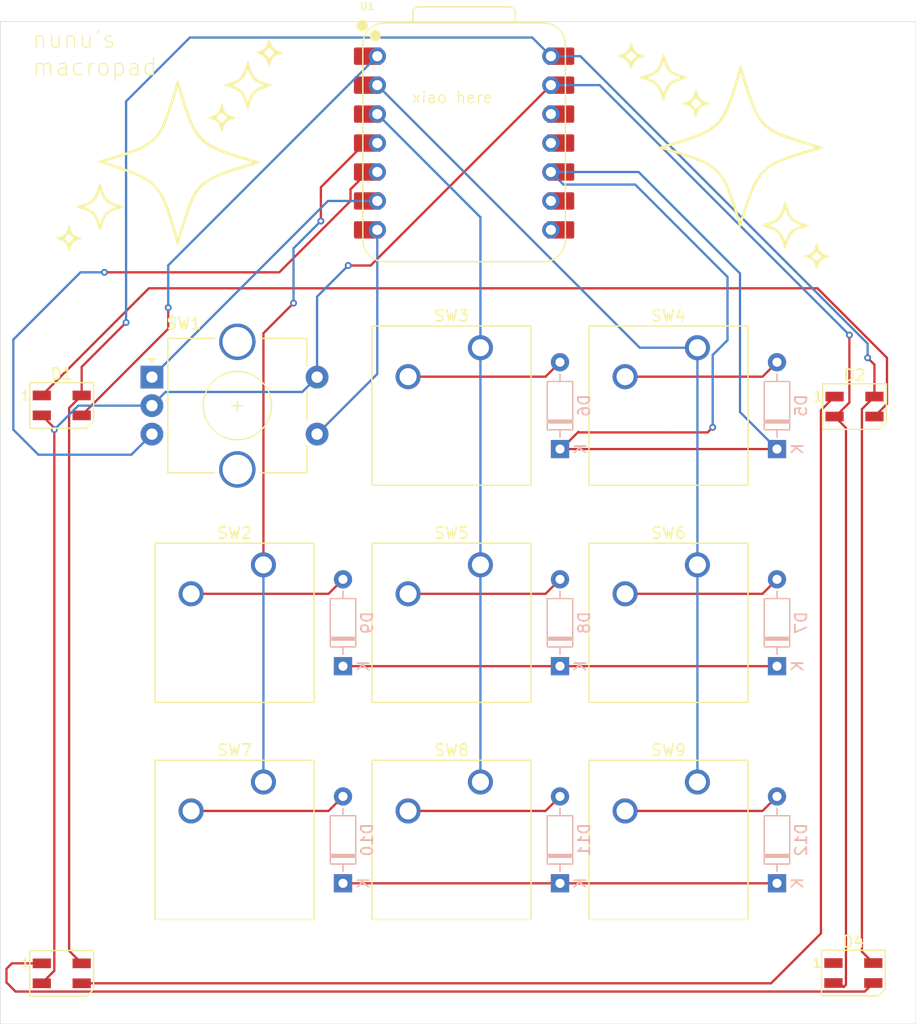
<source format=kicad_pcb>
(kicad_pcb (version 20240108) (generator "pcbnew") (generator_version "8.0")
  (layers (0 "F.Cu" signal) (31 "B.Cu" signal) (34 "B.Paste" user) (35 "F.Paste" user) (36 "B.SilkS" user "B.Silkscreen") (37 "F.SilkS" user "F.Silkscreen") (38 "B.Mask" user) (39 "F.Mask" user) (44 "Edge.Cuts" user))
  (net 0 "")
  (net 1 "+5V")
  (net 2 "Net-(D1-DIN)")
  (net 3 "GND")
  (net 4 "Net-(D1-DOUT)")
  (net 5 "Net-(D2-DOUT)")
  (net 6 "Net-(D3-DOUT)")
  (net 8 "Net-(U1-GPIO0{slash}TX)")
  (net 9 "Net-(U1-GPIO6{slash}SDA)")
  (net 10 "Net-(U1-GPIO7{slash}SCL)")
  (net 11 "Net-(U1-GPIO29{slash}ADC3{slash}A3)")
  (net 12 "Net-(D5-K)")
  (net 13 "Net-(D5-A)")
  (net 14 "Net-(U1-GPIO28{slash}ADC2{slash}A2)")
  (net 15 "Net-(U1-GPIO27{slash}ADC1{slash}A1)")
  (net 16 "Net-(D6-A)")
  (net 19 "Net-(D7-A)")
  (net 20 "Net-(D7-K)")
  (net 21 "Net-(D8-A)")
  (net 22 "Net-(D9-A)")
  (net 23 "Net-(D10-A)")
  (net 24 "Net-(D10-K)")
  (net 25 "Net-(D11-A)")
  (net 26 "Net-(D12-A)")
  (footprint "LED_SMD:LED_SK6812MINI_PLCC4_3.5x3.5mm_P1.75mm" (layer "F.Cu") (at 96.75 102.375)
    (property "Reference" "D1" (at 0 -2.75 0) (layer "F.SilkS"))
    (property "Value" "SK6812MINI")
    (fp_text user "1" (at -3.2 -0.875 0) (layer "F.SilkS") (effects (font (size 0.8 0.8))))
    (pad "1" smd rect (at -1.75 -0.875) (size 1.6 0.85) (layers "F.Cu" "F.Paste" "F.Mask") (net 4 "Net-(D1-DOUT)"))
    (pad "2" smd rect (at -1.75 0.875) (size 1.6 0.85) (layers "F.Cu" "F.Paste" "F.Mask") (net 3 "GND"))
    (pad "3" smd rect (at 1.75 0.875) (size 1.6 0.85) (layers "F.Cu" "F.Paste" "F.Mask") (net 2 "Net-(D1-DIN)"))
    (pad "4" smd rect (at 1.75 -0.875) (size 1.6 0.85) (layers "F.Cu" "F.Paste" "F.Mask") (net 1 "+5V"))
  )
  (footprint "LED_SMD:LED_SK6812MINI_PLCC4_3.5x3.5mm_P1.75mm" (layer "F.Cu") (at 166.35 102.475)
    (property "Reference" "D2" (at 0 -2.75 0) (layer "F.SilkS"))
    (property "Value" "SK6812MINI" (hide yes))
    (fp_text user "1" (at -3.2 -0.875 0) (layer "F.SilkS") (effects (font (size 0.8 0.8))))
    (pad "1" smd rect (at -1.75 -0.875) (size 1.6 0.85) (layers "F.Cu" "F.Paste" "F.Mask") (net 5 "Net-(D2-DOUT)"))
    (pad "2" smd rect (at -1.75 0.875) (size 1.6 0.85) (layers "F.Cu" "F.Paste" "F.Mask") (net 3 "GND"))
    (pad "3" smd rect (at 1.75 0.875) (size 1.6 0.85) (layers "F.Cu" "F.Paste" "F.Mask") (net 4 "Net-(D1-DOUT)"))
    (pad "4" smd rect (at 1.75 -0.875) (size 1.6 0.85) (layers "F.Cu" "F.Paste" "F.Mask") (net 1 "+5V"))
  )
  (footprint "3D Models:SW_Cherry_MX_1.00u_PCB_3D" (layer "F.Cu") (at 133.50875 116.36375)
    (property "Reference" "SW5" (at -2.54 -2.794 0) (layer "F.SilkS"))
    (property "Value" "SW_Push")
    (pad "" np_thru_hole circle (at -7.62 5.08) (size 1.7 1.7) (drill 1.7) (layers "*.Cu" "*.Mask"))
    (pad "" np_thru_hole circle (at -2.54 5.08) (size 4 4) (drill 4) (layers "*.Cu" "*.Mask"))
    (pad "" np_thru_hole circle (at 2.54 5.08) (size 1.7 1.7) (drill 1.7) (layers "*.Cu" "*.Mask"))
    (pad "1" thru_hole circle (at 0 0) (size 2.2 2.2) (drill 1.5) (layers "*.Cu" "*.Mask") (net 14 "Net-(U1-GPIO28{slash}ADC2{slash}A2)"))
    (pad "2" thru_hole circle (at -6.35 2.54) (size 2.2 2.2) (drill 1.5) (layers "*.Cu" "*.Mask") (net 21 "Net-(D8-A)"))
  )
  (footprint "3D Models:SW_Cherry_MX_1.00u_PCB_3D" (layer "F.Cu") (at 133.50875 135.41375)
    (property "Reference" "SW8" (at -2.54 -2.794 0) (layer "F.SilkS"))
    (property "Value" "SW_Push")
    (pad "" np_thru_hole circle (at -7.62 5.08) (size 1.7 1.7) (drill 1.7) (layers "*.Cu" "*.Mask"))
    (pad "" np_thru_hole circle (at -2.54 5.08) (size 4 4) (drill 4) (layers "*.Cu" "*.Mask"))
    (pad "" np_thru_hole circle (at 2.54 5.08) (size 1.7 1.7) (drill 1.7) (layers "*.Cu" "*.Mask"))
    (pad "1" thru_hole circle (at 0 0) (size 2.2 2.2) (drill 1.5) (layers "*.Cu" "*.Mask") (net 14 "Net-(U1-GPIO28{slash}ADC2{slash}A2)"))
    (pad "2" thru_hole circle (at -6.35 2.54) (size 2.2 2.2) (drill 1.5) (layers "*.Cu" "*.Mask") (net 25 "Net-(D11-A)"))
  )
  (footprint "LED_SMD:LED_SK6812MINI_PLCC4_3.5x3.5mm_P1.75mm" (layer "F.Cu") (at 166.25 152.175)
    (property "Reference" "D4" (at 0 -2.75 0) (layer "F.SilkS"))
    (property "Value" "SK6812MINI")
    (fp_text user "1" (at -3.2 -0.875 0) (layer "F.SilkS") (effects (font (size 0.8 0.8))))
    (pad "1" smd rect (at -1.75 -0.875) (size 1.6 0.85) (layers "F.Cu" "F.Paste" "F.Mask"))
    (pad "2" smd rect (at -1.75 0.875) (size 1.6 0.85) (layers "F.Cu" "F.Paste" "F.Mask") (net 3 "GND"))
    (pad "3" smd rect (at 1.75 0.875) (size 1.6 0.85) (layers "F.Cu" "F.Paste" "F.Mask") (net 6 "Net-(D3-DOUT)"))
    (pad "4" smd rect (at 1.75 -0.875) (size 1.6 0.85) (layers "F.Cu" "F.Paste" "F.Mask") (net 1 "+5V"))
  )
  (footprint "LOGO" (layer "F.Cu") (at 156 80.7)
    (property "Reference" "G***" (hide yes))
    (property "Value" "LOGO" (hide yes))
  )
  (footprint "3D Models:SW_Cherry_MX_1.00u_PCB_3D" (layer "F.Cu") (at 152.55875 97.31375)
    (property "Reference" "SW4" (at -2.54 -2.794 0) (layer "F.SilkS"))
    (property "Value" "SW_Push")
    (pad "" np_thru_hole circle (at -7.62 5.08) (size 1.7 1.7) (drill 1.7) (layers "*.Cu" "*.Mask"))
    (pad "" np_thru_hole circle (at -2.54 5.08) (size 4 4) (drill 4) (layers "*.Cu" "*.Mask"))
    (pad "" np_thru_hole circle (at 2.54 5.08) (size 1.7 1.7) (drill 1.7) (layers "*.Cu" "*.Mask"))
    (pad "1" thru_hole circle (at 0 0) (size 2.2 2.2) (drill 1.5) (layers "*.Cu" "*.Mask") (net 15 "Net-(U1-GPIO27{slash}ADC1{slash}A1)"))
    (pad "2" thru_hole circle (at -6.35 2.54) (size 2.2 2.2) (drill 1.5) (layers "*.Cu" "*.Mask") (net 13 "Net-(D5-A)"))
  )
  (footprint "3D Models:SW_Cherry_MX_1.00u_PCB_3D" (layer "F.Cu") (at 152.55875 135.41375)
    (property "Reference" "SW9" (at -2.54 -2.794 0) (layer "F.SilkS"))
    (property "Value" "SW_Push")
    (pad "" np_thru_hole circle (at -7.62 5.08) (size 1.7 1.7) (drill 1.7) (layers "*.Cu" "*.Mask"))
    (pad "" np_thru_hole circle (at -2.54 5.08) (size 4 4) (drill 4) (layers "*.Cu" "*.Mask"))
    (pad "" np_thru_hole circle (at 2.54 5.08) (size 1.7 1.7) (drill 1.7) (layers "*.Cu" "*.Mask"))
    (pad "1" thru_hole circle (at 0 0) (size 2.2 2.2) (drill 1.5) (layers "*.Cu" "*.Mask") (net 15 "Net-(U1-GPIO27{slash}ADC1{slash}A1)"))
    (pad "2" thru_hole circle (at -6.35 2.54) (size 2.2 2.2) (drill 1.5) (layers "*.Cu" "*.Mask") (net 26 "Net-(D12-A)"))
  )
  (footprint "3D Models:RotaryEncoder_Alps_EC11E-Switch_Vertical_H20mm_CircularMountingHoles_3D" (layer "F.Cu") (at 104.66875 99.89375)
    (property "Reference" "SW1" (at 2.8 -4.7 0) (layer "F.SilkS"))
    (property "Value" "RotaryEncoder_Switch")
    (pad "A" thru_hole rect (at 0 0) (size 2 2) (drill 1) (layers "*.Cu" "*.Mask") (net 10 "Net-(U1-GPIO7{slash}SCL)"))
    (pad "B" thru_hole circle (at 0 5) (size 2 2) (drill 1) (layers "*.Cu" "*.Mask") (net 9 "Net-(U1-GPIO6{slash}SDA)"))
    (pad "C" thru_hole circle (at 0 2.5) (size 2 2) (drill 1) (layers "*.Cu" "*.Mask") (net 3 "GND"))
    (pad "MP" thru_hole circle (at 7.5 -3.1) (size 3.2 3.2) (drill 2.6) (layers "*.Cu" "*.Mask"))
    (pad "MP" thru_hole circle (at 7.5 8.1) (size 3.2 3.2) (drill 2.6) (layers "*.Cu" "*.Mask"))
    (pad "S1" thru_hole circle (at 14.5 5) (size 2 2) (drill 1) (layers "*.Cu" "*.Mask") (net 8 "Net-(U1-GPIO0{slash}TX)"))
    (pad "S2" thru_hole circle (at 14.5 0) (size 2 2) (drill 1) (layers "*.Cu" "*.Mask") (net 3 "GND"))
  )
  (footprint "3D Models:SW_Cherry_MX_1.00u_PCB_3D" (layer "F.Cu") (at 114.45875 135.41375)
    (property "Reference" "SW7" (at -2.54 -2.794 0) (layer "F.SilkS"))
    (property "Value" "SW_Push")
    (pad "" np_thru_hole circle (at -7.62 5.08) (size 1.7 1.7) (drill 1.7) (layers "*.Cu" "*.Mask"))
    (pad "" np_thru_hole circle (at -2.54 5.08) (size 4 4) (drill 4) (layers "*.Cu" "*.Mask"))
    (pad "" np_thru_hole circle (at 2.54 5.08) (size 1.7 1.7) (drill 1.7) (layers "*.Cu" "*.Mask"))
    (pad "1" thru_hole circle (at 0 0) (size 2.2 2.2) (drill 1.5) (layers "*.Cu" "*.Mask") (net 11 "Net-(U1-GPIO29{slash}ADC3{slash}A3)"))
    (pad "2" thru_hole circle (at -6.35 2.54) (size 2.2 2.2) (drill 1.5) (layers "*.Cu" "*.Mask") (net 23 "Net-(D10-A)"))
  )
  (footprint "3D Models:SW_Cherry_MX_1.00u_PCB_3D" (layer "F.Cu") (at 114.45875 116.36375)
    (property "Reference" "SW2" (at -2.54 -2.794 0) (layer "F.SilkS"))
    (property "Value" "SW_Push")
    (pad "" np_thru_hole circle (at -7.62 5.08) (size 1.7 1.7) (drill 1.7) (layers "*.Cu" "*.Mask"))
    (pad "" np_thru_hole circle (at -2.54 5.08) (size 4 4) (drill 4) (layers "*.Cu" "*.Mask"))
    (pad "" np_thru_hole circle (at 2.54 5.08) (size 1.7 1.7) (drill 1.7) (layers "*.Cu" "*.Mask"))
    (pad "1" thru_hole circle (at 0 0) (size 2.2 2.2) (drill 1.5) (layers "*.Cu" "*.Mask") (net 11 "Net-(U1-GPIO29{slash}ADC3{slash}A3)"))
    (pad "2" thru_hole circle (at -6.35 2.54) (size 2.2 2.2) (drill 1.5) (layers "*.Cu" "*.Mask") (net 22 "Net-(D9-A)"))
  )
  (footprint "3D Models:SW_Cherry_MX_1.00u_PCB_3D" (layer "F.Cu") (at 152.55875 116.36375)
    (property "Reference" "SW6" (at -2.54 -2.794 0) (layer "F.SilkS"))
    (property "Value" "SW_Push")
    (pad "" np_thru_hole circle (at -7.62 5.08) (size 1.7 1.7) (drill 1.7) (layers "*.Cu" "*.Mask"))
    (pad "" np_thru_hole circle (at -2.54 5.08) (size 4 4) (drill 4) (layers "*.Cu" "*.Mask"))
    (pad "" np_thru_hole circle (at 2.54 5.08) (size 1.7 1.7) (drill 1.7) (layers "*.Cu" "*.Mask"))
    (pad "1" thru_hole circle (at 0 0) (size 2.2 2.2) (drill 1.5) (layers "*.Cu" "*.Mask") (net 15 "Net-(U1-GPIO27{slash}ADC1{slash}A1)"))
    (pad "2" thru_hole circle (at -6.35 2.54) (size 2.2 2.2) (drill 1.5) (layers "*.Cu" "*.Mask") (net 19 "Net-(D7-A)"))
  )
  (footprint "LED_SMD:LED_SK6812MINI_PLCC4_3.5x3.5mm_P1.75mm" (layer "F.Cu") (at 96.75 152.2)
    (property "Reference" "D3" (hide yes))
    (property "Value" "SK6812MINI")
    (fp_text user "1" (at -3.2 -0.875 0) (layer "F.SilkS") (effects (font (size 0.8 0.8))))
    (pad "1" smd rect (at -1.75 -0.875) (size 1.6 0.85) (layers "F.Cu" "F.Paste" "F.Mask") (net 6 "Net-(D3-DOUT)"))
    (pad "2" smd rect (at -1.75 0.875) (size 1.6 0.85) (layers "F.Cu" "F.Paste" "F.Mask") (net 3 "GND"))
    (pad "3" smd rect (at 1.75 0.875) (size 1.6 0.85) (layers "F.Cu" "F.Paste" "F.Mask") (net 5 "Net-(D2-DOUT)"))
    (pad "4" smd rect (at 1.75 -0.875) (size 1.6 0.85) (layers "F.Cu" "F.Paste" "F.Mask") (net 1 "+5V"))
  )
  (footprint "LOGO" (layer "F.Cu") (at 105.99375 80.7 -90)
    (property "Reference" "G***" (hide yes))
    (property "Value" "LOGO" (hide yes))
  )
  (footprint "3D Models:XIAO-RP2040-DIP-3D" (layer "F.Cu") (at 132.075 79.35625)
    (property "Reference" "U1" (at -8.5 -12 0) (layer "F.SilkS") (effects (font (size 0.635 0.635) (thickness 0.1016))))
    (property "Value" "XIAO-RP2040-DIP")
    (pad "1" smd roundrect (at -8.455 -7.62 180) (size 2.432 1.524) (layers "F.Cu" "F.Mask") (roundrect_rratio 0.1) (net 2 "Net-(D1-DIN)"))
    (pad "1" thru_hole circle (at -7.62 -7.62 180) (size 1.524 1.524) (drill 0.889) (layers "*.Cu" "*.Mask") (net 2 "Net-(D1-DIN)"))
    (pad "2" smd roundrect (at -8.455 -5.08 180) (size 2.432 1.524) (layers "F.Cu" "F.Mask") (roundrect_rratio 0.1) (net 15 "Net-(U1-GPIO27{slash}ADC1{slash}A1)"))
    (pad "2" thru_hole circle (at -7.62 -5.08 180) (size 1.524 1.524) (drill 0.889) (layers "*.Cu" "*.Mask") (net 15 "Net-(U1-GPIO27{slash}ADC1{slash}A1)"))
    (pad "3" smd roundrect (at -8.455 -2.54 180) (size 2.432 1.524) (layers "F.Cu" "F.Mask") (roundrect_rratio 0.1) (net 14 "Net-(U1-GPIO28{slash}ADC2{slash}A2)"))
    (pad "3" thru_hole circle (at -7.62 -2.54 180) (size 1.524 1.524) (drill 0.889) (layers "*.Cu" "*.Mask") (net 14 "Net-(U1-GPIO28{slash}ADC2{slash}A2)"))
    (pad "4" smd roundrect (at -8.455 0 180) (size 2.432 1.524) (layers "F.Cu" "F.Mask") (roundrect_rratio 0.1) (net 11 "Net-(U1-GPIO29{slash}ADC3{slash}A3)"))
    (pad "4" thru_hole circle (at -7.62 0 180) (size 1.524 1.524) (drill 0.889) (layers "*.Cu" "*.Mask") (net 11 "Net-(U1-GPIO29{slash}ADC3{slash}A3)"))
    (pad "5" smd roundrect (at -8.455 2.54 180) (size 2.432 1.524) (layers "F.Cu" "F.Mask") (roundrect_rratio 0.1) (net 9 "Net-(U1-GPIO6{slash}SDA)"))
    (pad "5" thru_hole circle (at -7.62 2.54 180) (size 1.524 1.524) (drill 0.889) (layers "*.Cu" "*.Mask") (net 9 "Net-(U1-GPIO6{slash}SDA)"))
    (pad "6" smd roundrect (at -8.455 5.08 180) (size 2.432 1.524) (layers "F.Cu" "F.Mask") (roundrect_rratio 0.1) (net 10 "Net-(U1-GPIO7{slash}SCL)"))
    (pad "6" thru_hole circle (at -7.62 5.08 180) (size 1.524 1.524) (drill 0.889) (layers "*.Cu" "*.Mask") (net 10 "Net-(U1-GPIO7{slash}SCL)"))
    (pad "7" smd roundrect (at -8.455 7.62 180) (size 2.432 1.524) (layers "F.Cu" "F.Mask") (roundrect_rratio 0.1) (net 8 "Net-(U1-GPIO0{slash}TX)"))
    (pad "7" thru_hole circle (at -7.62 7.62 180) (size 1.524 1.524) (drill 0.889) (layers "*.Cu" "*.Mask") (net 8 "Net-(U1-GPIO0{slash}TX)"))
    (pad "8" thru_hole circle (at 7.62 7.62) (size 1.524 1.524) (drill 0.889) (layers "*.Cu" "*.Mask") (net 24 "Net-(D10-K)"))
    (pad "8" smd roundrect (at 8.455 7.62) (size 2.432 1.524) (layers "F.Cu" "F.Mask") (roundrect_rratio 0.1) (net 24 "Net-(D10-K)"))
    (pad "9" thru_hole circle (at 7.62 5.08) (size 1.524 1.524) (drill 0.889) (layers "*.Cu" "*.Mask") (net 20 "Net-(D7-K)"))
    (pad "9" smd roundrect (at 8.455 5.08) (size 2.432 1.524) (layers "F.Cu" "F.Mask") (roundrect_rratio 0.1) (net 20 "Net-(D7-K)"))
    (pad "10" thru_hole circle (at 7.62 2.54) (size 1.524 1.524) (drill 0.889) (layers "*.Cu" "*.Mask") (net 12 "Net-(D5-K)"))
    (pad "10" smd roundrect (at 8.455 2.54) (size 2.432 1.524) (layers "F.Cu" "F.Mask") (roundrect_rratio 0.1) (net 12 "Net-(D5-K)"))
    (pad "11" thru_hole circle (at 7.62 0) (size 1.524 1.524) (drill 0.889) (layers "*.Cu" "*.Mask"))
    (pad "11" smd roundrect (at 8.455 0) (size 2.432 1.524) (layers "F.Cu" "F.Mask") (roundrect_rratio 0.1))
    (pad "12" thru_hole circle (at 7.62 -2.54) (size 1.524 1.524) (drill 0.889) (layers "*.Cu" "*.Mask"))
    (pad "12" smd roundrect (at 8.455 -2.54) (size 2.432 1.524) (layers "F.Cu" "F.Mask") (roundrect_rratio 0.1))
    (pad "13" thru_hole circle (at 7.62 -5.08) (size 1.524 1.524) (drill 0.889) (layers "*.Cu" "*.Mask") (net 3 "GND"))
    (pad "13" smd roundrect (at 8.455 -5.08) (size 2.432 1.524) (layers "F.Cu" "F.Mask") (roundrect_rratio 0.1) (net 3 "GND"))
    (pad "14" thru_hole circle (at 7.62 -7.62) (size 1.524 1.524) (drill 0.889) (layers "*.Cu" "*.Mask") (net 1 "+5V"))
    (pad "14" smd roundrect (at 8.455 -7.62) (size 2.432 1.524) (layers "F.Cu" "F.Mask") (roundrect_rratio 0.1) (net 1 "+5V"))
  )
  (footprint "3D Models:SW_Cherry_MX_1.00u_PCB_3D" (layer "F.Cu") (at 133.50875 97.31375)
    (property "Reference" "SW3" (at -2.54 -2.794 0) (layer "F.SilkS"))
    (property "Value" "SW_Push")
    (pad "" np_thru_hole circle (at -7.62 5.08) (size 1.7 1.7) (drill 1.7) (layers "*.Cu" "*.Mask"))
    (pad "" np_thru_hole circle (at -2.54 5.08) (size 4 4) (drill 4) (layers "*.Cu" "*.Mask"))
    (pad "" np_thru_hole circle (at 2.54 5.08) (size 1.7 1.7) (drill 1.7) (layers "*.Cu" "*.Mask"))
    (pad "1" thru_hole circle (at 0 0) (size 2.2 2.2) (drill 1.5) (layers "*.Cu" "*.Mask") (net 14 "Net-(U1-GPIO28{slash}ADC2{slash}A2)"))
    (pad "2" thru_hole circle (at -6.35 2.54) (size 2.2 2.2) (drill 1.5) (layers "*.Cu" "*.Mask") (net 16 "Net-(D6-A)"))
  )
  (footprint "Diode_THT:D_DO-35_SOD27_P7.62mm_Horizontal" (layer "B.Cu") (at 140.49375 144.30375 90)
    (property "Reference" "D11" (at 3.81 2.12 90) (layer "B.SilkS") (effects (justify mirror)))
    (property "Value" "D")
    (fp_text user "K" (at 0 1.8 90) (layer "B.SilkS") (effects (justify mirror)))
    (pad "1" thru_hole rect (at 0 0 90) (size 1.6 1.6) (drill 0.8) (layers "*.Cu" "*.Mask") (net 24 "Net-(D10-K)"))
    (pad "2" thru_hole oval (at 7.62 0 90) (size 1.6 1.6) (drill 0.8) (layers "*.Cu" "*.Mask") (net 25 "Net-(D11-A)"))
  )
  (footprint "Diode_THT:D_DO-35_SOD27_P7.62mm_Horizontal" (layer "B.Cu") (at 121.44375 125.25375 90)
    (property "Reference" "D9" (at 3.81 2.12 90) (layer "B.SilkS") (effects (justify mirror)))
    (property "Value" "D")
    (fp_text user "K" (at 0 1.8 90) (layer "B.SilkS") (effects (justify mirror)))
    (pad "1" thru_hole rect (at 0 0 90) (size 1.6 1.6) (drill 0.8) (layers "*.Cu" "*.Mask") (net 20 "Net-(D7-K)"))
    (pad "2" thru_hole oval (at 7.62 0 90) (size 1.6 1.6) (drill 0.8) (layers "*.Cu" "*.Mask") (net 22 "Net-(D9-A)"))
  )
  (footprint "Diode_THT:D_DO-35_SOD27_P7.62mm_Horizontal" (layer "B.Cu") (at 140.49375 106.20375 90)
    (property "Reference" "D6" (at 3.81 2.12 90) (layer "B.SilkS") (effects (justify mirror)))
    (property "Value" "D")
    (fp_text user "K" (at 0 1.8 90) (layer "B.SilkS") (effects (justify mirror)))
    (pad "1" thru_hole rect (at 0 0 90) (size 1.6 1.6) (drill 0.8) (layers "*.Cu" "*.Mask") (net 12 "Net-(D5-K)"))
    (pad "2" thru_hole oval (at 7.62 0 90) (size 1.6 1.6) (drill 0.8) (layers "*.Cu" "*.Mask") (net 16 "Net-(D6-A)"))
  )
  (footprint "Diode_THT:D_DO-35_SOD27_P7.62mm_Horizontal" (layer "B.Cu") (at 159.54375 125.25375 90)
    (property "Reference" "D7" (at 3.81 2.12 90) (layer "B.SilkS") (effects (justify mirror)))
    (property "Value" "D")
    (fp_text user "K" (at 0 1.8 90) (layer "B.SilkS") (effects (justify mirror)))
    (pad "1" thru_hole rect (at 0 0 90) (size 1.6 1.6) (drill 0.8) (layers "*.Cu" "*.Mask") (net 20 "Net-(D7-K)"))
    (pad "2" thru_hole oval (at 7.62 0 90) (size 1.6 1.6) (drill 0.8) (layers "*.Cu" "*.Mask") (net 19 "Net-(D7-A)"))
  )
  (footprint "Diode_THT:D_DO-35_SOD27_P7.62mm_Horizontal" (layer "B.Cu") (at 159.54375 106.20375 90)
    (property "Reference" "D5" (at 3.81 2.12 90) (layer "B.SilkS") (effects (justify mirror)))
    (property "Value" "D")
    (fp_text user "K" (at 0 1.8 90) (layer "B.SilkS") (effects (justify mirror)))
    (pad "1" thru_hole rect (at 0 0 90) (size 1.6 1.6) (drill 0.8) (layers "*.Cu" "*.Mask") (net 12 "Net-(D5-K)"))
    (pad "2" thru_hole oval (at 7.62 0 90) (size 1.6 1.6) (drill 0.8) (layers "*.Cu" "*.Mask") (net 13 "Net-(D5-A)"))
  )
  (footprint "Diode_THT:D_DO-35_SOD27_P7.62mm_Horizontal" (layer "B.Cu") (at 159.54375 144.30375 90)
    (property "Reference" "D12" (at 3.81 2.12 90) (layer "B.SilkS") (effects (justify mirror)))
    (property "Value" "D")
    (fp_text user "K" (at 0 1.8 90) (layer "B.SilkS") (effects (justify mirror)))
    (pad "1" thru_hole rect (at 0 0 90) (size 1.6 1.6) (drill 0.8) (layers "*.Cu" "*.Mask") (net 24 "Net-(D10-K)"))
    (pad "2" thru_hole oval (at 7.62 0 90) (size 1.6 1.6) (drill 0.8) (layers "*.Cu" "*.Mask") (net 26 "Net-(D12-A)"))
  )
  (footprint "Diode_THT:D_DO-35_SOD27_P7.62mm_Horizontal" (layer "B.Cu") (at 140.49375 125.25375 90)
    (property "Reference" "D8" (at 3.81 2.12 90) (layer "B.SilkS") (effects (justify mirror)))
    (property "Value" "D")
    (fp_text user "K" (at 0 1.8 90) (layer "B.SilkS") (effects (justify mirror)))
    (pad "1" thru_hole rect (at 0 0 90) (size 1.6 1.6) (drill 0.8) (layers "*.Cu" "*.Mask") (net 20 "Net-(D7-K)"))
    (pad "2" thru_hole oval (at 7.62 0 90) (size 1.6 1.6) (drill 0.8) (layers "*.Cu" "*.Mask") (net 21 "Net-(D8-A)"))
  )
  (footprint "Diode_THT:D_DO-35_SOD27_P7.62mm_Horizontal" (layer "B.Cu") (at 121.44375 144.30375 90)
    (property "Reference" "D10" (at 3.81 2.12 90) (layer "B.SilkS") (effects (justify mirror)))
    (property "Value" "D")
    (fp_text user "K" (at 0 1.8 90) (layer "B.SilkS") (effects (justify mirror)))
    (pad "1" thru_hole rect (at 0 0 90) (size 1.6 1.6) (drill 0.8) (layers "*.Cu" "*.Mask") (net 24 "Net-(D10-K)"))
    (pad "2" thru_hole oval (at 7.62 0 90) (size 1.6 1.6) (drill 0.8) (layers "*.Cu" "*.Mask") (net 23 "Net-(D10-A)"))
  )
  (gr_rect (start 91.35625 68.7) (end 171.74375 156.64375) (stroke (width 0.05)) (fill none) (layer "Edge.Cuts"))
  (gr_text "nunu's\nmacropad" (at 94.0875 73.55625 0) (layer "F.SilkS") (effects (font (size 1.5 1.5) (thickness 0.1)) (justify left bottom)))
  (gr_text "xiao here" (at 127.425 75.9375 0) (layer "F.SilkS") (effects (font (size 1 1) (thickness 0.1)) (justify left bottom)))
  (segment (start 97.4 102.6) (end 98.5 101.5) (width 0.2) (layer "F.Cu") (net 1))
  (segment (start 98.5 151.325) (end 97.4 150.225) (width 0.2) (layer "F.Cu") (net 1))
  (segment (start 167 102.7) (end 168.1 101.6) (width 0.2) (layer "F.Cu") (net 1))
  (segment (start 98.5 101.5) (end 98.5 99) (width 0.2) (layer "F.Cu") (net 1))
  (segment (start 98.5 99) (end 102.4 95.1) (width 0.2) (layer "F.Cu") (net 1))
  (segment (start 167 150.3) (end 167 102.7) (width 0.2) (layer "F.Cu") (net 1))
  (segment (start 168.1 101.6) (end 168.1 98.8) (width 0.2) (layer "F.Cu") (net 1))
  (segment (start 168.1 98.8) (end 167.5 98.2) (width 0.2) (layer "F.Cu") (net 1))
  (segment (start 97.4 150.225) (end 97.4 102.6) (width 0.2) (layer "F.Cu") (net 1))
  (segment (start 168 151.3) (end 167 150.3) (width 0.2) (layer "F.Cu") (net 1))
  (via (at 102.4 95.1) (size 0.6) (drill 0.3) (layers "F.Cu" "B.Cu") (net 1))
  (via (at 167.5 98.2) (size 0.6) (drill 0.3) (layers "F.Cu" "B.Cu") (net 1))
  (segment (start 167.5 98.2) (end 167.5 96.951471) (width 0.2) (layer "B.Cu") (net 1))
  (segment (start 167.5 96.951471) (end 142.284779 71.73625) (width 0.2) (layer "B.Cu") (net 1))
  (segment (start 102.4 95.1) (end 102.4 75.7) (width 0.2) (layer "B.Cu") (net 1))
  (segment (start 102.4 75.7) (end 108 70.1) (width 0.2) (layer "B.Cu") (net 1))
  (segment (start 142.284779 71.73625) (end 139.695 71.73625) (width 0.2) (layer "B.Cu") (net 1))
  (segment (start 138.05875 70.1) (end 139.695 71.73625) (width 0.2) (layer "B.Cu") (net 1))
  (segment (start 108 70.1) (end 138.05875 70.1) (width 0.2) (layer "B.Cu") (net 1))
  (segment (start 98.5 103.25) (end 106.1 95.65) (width 0.2) (layer "F.Cu") (net 2))
  (segment (start 124.455 71.73625) (end 123.37737 71.73625) (width 0.2) (layer "F.Cu") (net 2))
  (segment (start 106.1 95.65) (end 106.1 93.8) (width 0.2) (layer "F.Cu") (net 2))
  (via (at 106.1 93.8) (size 0.6) (drill 0.3) (layers "F.Cu" "B.Cu") (net 2))
  (segment (start 106.1 90.09125) (end 124.455 71.73625) (width 0.2) (layer "B.Cu") (net 2))
  (segment (start 106.1 93.8) (end 106.1 90.09125) (width 0.2) (layer "B.Cu") (net 2))
  (segment (start 164.6 103.35) (end 165.6 104.35) (width 0.2) (layer "F.Cu") (net 3))
  (segment (start 121.9 90.1) (end 123.87125 90.1) (width 0.2) (layer "F.Cu") (net 3))
  (segment (start 96.1 104.5) (end 96.1 104.35) (width 0.2) (layer "F.Cu") (net 3))
  (segment (start 165.4 153.4) (end 165.05 153.05) (width 0.2) (layer "F.Cu") (net 3))
  (segment (start 165.05 153.05) (end 164.5 153.05) (width 0.2) (layer "F.Cu") (net 3))
  (segment (start 164.6 103.35) (end 164.675 103.35) (width 0.2) (layer "F.Cu") (net 3))
  (segment (start 165.6 153.2) (end 165.4 153.4) (width 0.2) (layer "F.Cu") (net 3))
  (segment (start 165.6 104.35) (end 165.6 153.2) (width 0.2) (layer "F.Cu") (net 3))
  (segment (start 164.675 103.35) (end 165.9 102.125) (width 0.2) (layer "F.Cu") (net 3))
  (segment (start 96.1 104.35) (end 95 103.25) (width 0.2) (layer "F.Cu") (net 3))
  (segment (start 165.9 102.125) (end 165.9 96.2) (width 0.2) (layer "F.Cu") (net 3))
  (segment (start 95 153.075) (end 96.1 151.975) (width 0.2) (layer "F.Cu") (net 3))
  (segment (start 123.87125 90.1) (end 139.695 74.27625) (width 0.2) (layer "F.Cu") (net 3))
  (segment (start 96.1 151.975) (end 96.1 104.5) (width 0.2) (layer "F.Cu") (net 3))
  (via (at 121.9 90.1) (size 0.6) (drill 0.3) (layers "F.Cu" "B.Cu") (net 3))
  (via (at 165.9 96.2) (size 0.6) (drill 0.3) (layers "F.Cu" "B.Cu") (net 3))
  (via (at 96.1 104.5) (size 0.6) (drill 0.3) (layers "F.Cu" "B.Cu") (net 3))
  (segment (start 98.20625 102.39375) (end 96.1 104.5) (width 0.2) (layer "B.Cu") (net 3))
  (segment (start 119.16875 99.89375) (end 119.16875 92.83125) (width 0.2) (layer "B.Cu") (net 3))
  (segment (start 105.86875 101.19375) (end 104.66875 102.39375) (width 0.2) (layer "B.Cu") (net 3))
  (segment (start 117.86875 101.19375) (end 105.86875 101.19375) (width 0.2) (layer "B.Cu") (net 3))
  (segment (start 119.16875 92.83125) (end 121.9 90.1) (width 0.2) (layer "B.Cu") (net 3))
  (segment (start 104.66875 102.39375) (end 98.20625 102.39375) (width 0.2) (layer "B.Cu") (net 3))
  (segment (start 165.9 96.2) (end 143.97625 74.27625) (width 0.2) (layer "B.Cu") (net 3))
  (segment (start 143.97625 74.27625) (end 139.695 74.27625) (width 0.2) (layer "B.Cu") (net 3))
  (segment (start 119.16875 99.89375) (end 117.86875 101.19375) (width 0.2) (layer "B.Cu") (net 3))
  (segment (start 163.1 92.1) (end 169.2 98.2) (width 0.2) (layer "F.Cu") (net 4))
  (segment (start 169.2 98.2) (end 169.2 102.25) (width 0.2) (layer "F.Cu") (net 4))
  (segment (start 95 101.5) (end 104.4 92.1) (width 0.2) (layer "F.Cu") (net 4))
  (segment (start 104.4 92.1) (end 163.1 92.1) (width 0.2) (layer "F.Cu") (net 4))
  (segment (start 169.2 102.25) (end 168.1 103.35) (width 0.2) (layer "F.Cu") (net 4))
  (segment (start 164.6 101.6) (end 163.4 102.8) (width 0.2) (layer "F.Cu") (net 5))
  (segment (start 163.4 148.7) (end 159.025 153.075) (width 0.2) (layer "F.Cu") (net 5))
  (segment (start 163.4 102.8) (end 163.4 148.7) (width 0.2) (layer "F.Cu") (net 5))
  (segment (start 159.025 153.075) (end 98.5 153.075) (width 0.2) (layer "F.Cu") (net 5))
  (segment (start 167.25 153.8) (end 92.7 153.8) (width 0.2) (layer "F.Cu") (net 6))
  (segment (start 92.7 153.8) (end 91.9 153) (width 0.2) (layer "F.Cu") (net 6))
  (segment (start 92.375 151.325) (end 95 151.325) (width 0.2) (layer "F.Cu") (net 6))
  (segment (start 168 153.05) (end 167.25 153.8) (width 0.2) (layer "F.Cu") (net 6))
  (segment (start 91.9 151.8) (end 92.375 151.325) (width 0.2) (layer "F.Cu") (net 6))
  (segment (start 91.9 153) (end 91.9 151.8) (width 0.2) (layer "F.Cu") (net 6))
  (segment (start 124.455 99.6075) (end 124.455 86.97625) (width 0.2) (layer "B.Cu") (net 8))
  (segment (start 119.16875 104.89375) (end 124.455 99.6075) (width 0.2) (layer "B.Cu") (net 8))
  (segment (start 123.62 81.89625) (end 124.455 81.89625) (width 0.2) (layer "F.Cu") (net 9))
  (segment (start 122.104 84.444529) (end 122.104 83.41225) (width 0.2) (layer "F.Cu") (net 9))
  (segment (start 100.5 90.7) (end 115.848529 90.7) (width 0.2) (layer "F.Cu") (net 9))
  (segment (start 115.848529 90.7) (end 122.104 84.444529) (width 0.2) (layer "F.Cu") (net 9))
  (segment (start 122.104 83.41225) (end 123.62 81.89625) (width 0.2) (layer "F.Cu") (net 9))
  (via (at 100.5 90.7) (size 0.6) (drill 0.3) (layers "F.Cu" "B.Cu") (net 9))
  (segment (start 102.8625 106.7) (end 102.3 106.7) (width 0.2) (layer "B.Cu") (net 9))
  (segment (start 102.3 106.7) (end 94.7 106.7) (width 0.2) (layer "B.Cu") (net 9))
  (segment (start 92.5 104.5) (end 92.5 96.6) (width 0.2) (layer "B.Cu") (net 9))
  (segment (start 98.4 90.7) (end 100.5 90.7) (width 0.2) (layer "B.Cu") (net 9))
  (segment (start 104.66875 104.89375) (end 102.8625 106.7) (width 0.2) (layer "B.Cu") (net 9))
  (segment (start 94.7 106.7) (end 92.5 104.5) (width 0.2) (layer "B.Cu") (net 9))
  (segment (start 98.2 90.9) (end 98.4 90.7) (width 0.2) (layer "B.Cu") (net 9))
  (segment (start 92.5 96.6) (end 98.2 90.9) (width 0.2) (layer "B.Cu") (net 9))
  (segment (start 120.12625 84.43625) (end 124.455 84.43625) (width 0.2) (layer "B.Cu") (net 10))
  (segment (start 104.66875 99.89375) (end 120.12625 84.43625) (width 0.2) (layer "B.Cu") (net 10))
  (segment (start 119.5 83.23362) (end 123.37737 79.35625) (width 0.2) (layer "F.Cu") (net 11))
  (segment (start 114.45875 116.36375) (end 114.45875 96.04125) (width 0.2) (layer "F.Cu") (net 11))
  (segment (start 119.5 86.2) (end 119.5 83.23362) (width 0.2) (layer "F.Cu") (net 11))
  (segment (start 123.37737 79.35625) (end 124.455 79.35625) (width 0.2) (layer "F.Cu") (net 11))
  (segment (start 114.45875 96.04125) (end 117.1 93.4) (width 0.2) (layer "F.Cu") (net 11))
  (via (at 119.5 86.2) (size 0.6) (drill 0.3) (layers "F.Cu" "B.Cu") (net 11))
  (via (at 117.1 93.4) (size 0.6) (drill 0.3) (layers "F.Cu" "B.Cu") (net 11))
  (segment (start 114.45875 116.36375) (end 114.45875 135.41375) (width 0.2) (layer "B.Cu") (net 11))
  (segment (start 117.1 93.4) (end 117.1 88.6) (width 0.2) (layer "B.Cu") (net 11))
  (segment (start 117.1 88.6) (end 119.5 86.2) (width 0.2) (layer "B.Cu") (net 11))
  (segment (start 142.14375 104.74375) (end 142.1 104.7) (width 0.2) (layer "F.Cu") (net 12))
  (segment (start 140.49375 106.20375) (end 159.54375 106.20375) (width 0.2) (layer "F.Cu") (net 12))
  (segment (start 153.9 104.3) (end 153.45625 104.74375) (width 0.2) (layer "F.Cu") (net 12))
  (segment (start 153.45625 104.74375) (end 142.14375 104.74375) (width 0.2) (layer "F.Cu") (net 12))
  (segment (start 140.59625 106.20375) (end 140.49375 106.20375) (width 0.2) (layer "F.Cu") (net 12))
  (segment (start 142.1 104.7) (end 140.59625 106.20375) (width 0.2) (layer "F.Cu") (net 12))
  (via (at 153.9 104.3) (size 0.6) (drill 0.3) (layers "F.Cu" "B.Cu") (net 12))
  (segment (start 155.2 96.652399) (end 153.89875 97.953649) (width 0.2) (layer "B.Cu") (net 12))
  (segment (start 139.695 81.89625) (end 140.79875 83) (width 0.2) (layer "B.Cu") (net 12))
  (segment (start 147.39625 81.89625) (end 156.29875 90.79875) (width 0.2) (layer "B.Cu") (net 12))
  (segment (start 153.89875 104.29875) (end 153.9 104.3) (width 0.2) (layer "B.Cu") (net 12))
  (segment (start 156.29875 102.95875) (end 159.54375 106.20375) (width 0.2) (layer "B.Cu") (net 12))
  (segment (start 155.2 91.1) (end 155.2 96.652399) (width 0.2) (layer "B.Cu") (net 12))
  (segment (start 139.695 81.89625) (end 147.39625 81.89625) (width 0.2) (layer "B.Cu") (net 12))
  (segment (start 140.79875 83) (end 141.3 83) (width 0.2) (layer "B.Cu") (net 12))
  (segment (start 141.3 83) (end 147.1 83) (width 0.2) (layer "B.Cu") (net 12))
  (segment (start 147.1 83) (end 155.2 91.1) (width 0.2) (layer "B.Cu") (net 12))
  (segment (start 156.29875 90.79875) (end 156.29875 102.95875) (width 0.2) (layer "B.Cu") (net 12))
  (segment (start 153.89875 97.953649) (end 153.89875 104.29875) (width 0.2) (layer "B.Cu") (net 12))
  (segment (start 146.20875 99.85375) (end 158.27375 99.85375) (width 0.2) (layer "F.Cu") (net 13))
  (segment (start 158.27375 99.85375) (end 159.54375 98.58375) (width 0.2) (layer "F.Cu") (net 13))
  (segment (start 133.50875 85.87) (end 124.455 76.81625) (width 0.2) (layer "B.Cu") (net 14))
  (segment (start 133.50875 97.31375) (end 133.50875 135.41375) (width 0.2) (layer "B.Cu") (net 14))
  (segment (start 133.50875 97.31375) (end 133.50875 85.87) (width 0.2) (layer "B.Cu") (net 14))
  (segment (start 124.455 74.27625) (end 123.37737 74.27625) (width 0.2) (layer "F.Cu") (net 15))
  (segment (start 152.55875 97.31375) (end 147.4925 97.31375) (width 0.2) (layer "B.Cu") (net 15))
  (segment (start 152.55875 97.31375) (end 152.55875 135.41375) (width 0.2) (layer "B.Cu") (net 15))
  (segment (start 147.4925 97.31375) (end 124.455 74.27625) (width 0.2) (layer "B.Cu") (net 15))
  (segment (start 127.15875 99.85375) (end 139.22375 99.85375) (width 0.2) (layer "F.Cu") (net 16))
  (segment (start 139.22375 99.85375) (end 140.49375 98.58375) (width 0.2) (layer "F.Cu") (net 16))
  (segment (start 146.20875 118.90375) (end 158.27375 118.90375) (width 0.2) (layer "F.Cu") (net 19))
  (segment (start 158.27375 118.90375) (end 159.54375 117.63375) (width 0.2) (layer "F.Cu") (net 19))
  (segment (start 140.49375 125.25375) (end 159.54375 125.25375) (width 0.2) (layer "F.Cu") (net 20))
  (segment (start 121.44375 125.25375) (end 140.49375 125.25375) (width 0.2) (layer "F.Cu") (net 20))
  (segment (start 139.22375 118.90375) (end 140.49375 117.63375) (width 0.2) (layer "F.Cu") (net 21))
  (segment (start 127.15875 118.90375) (end 139.22375 118.90375) (width 0.2) (layer "F.Cu") (net 21))
  (segment (start 108.10875 118.90375) (end 120.17375 118.90375) (width 0.2) (layer "F.Cu") (net 22))
  (segment (start 120.17375 118.90375) (end 121.44375 117.63375) (width 0.2) (layer "F.Cu") (net 22))
  (segment (start 120.17375 137.95375) (end 121.44375 136.68375) (width 0.2) (layer "F.Cu") (net 23))
  (segment (start 108.10875 137.95375) (end 120.17375 137.95375) (width 0.2) (layer "F.Cu") (net 23))
  (segment (start 140.49375 144.30375) (end 159.54375 144.30375) (width 0.2) (layer "F.Cu") (net 24))
  (segment (start 121.44375 144.30375) (end 140.49375 144.30375) (width 0.2) (layer "F.Cu") (net 24))
  (segment (start 139.22375 137.95375) (end 140.49375 136.68375) (width 0.2) (layer "F.Cu") (net 25))
  (segment (start 127.15875 137.95375) (end 139.22375 137.95375) (width 0.2) (layer "F.Cu") (net 25))
  (segment (start 158.27375 137.95375) (end 159.54375 136.68375) (width 0.2) (layer "F.Cu") (net 26))
  (segment (start 146.20875 137.95375) (end 158.27375 137.95375) (width 0.2) (layer "F.Cu") (net 26))
)
</source>
